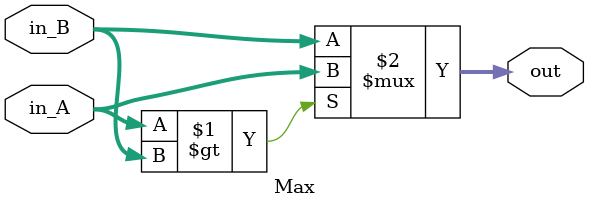
<source format=v>
module Max(in_A, in_B, out);
    parameter DATA_WIDTH = 8;

    input   [DATA_WIDTH - 1:0] in_A, in_B;
    output  [DATA_WIDTH - 1:0] out;

    assign out = (in_A > in_B) ? in_A : in_B;
endmodule

</source>
